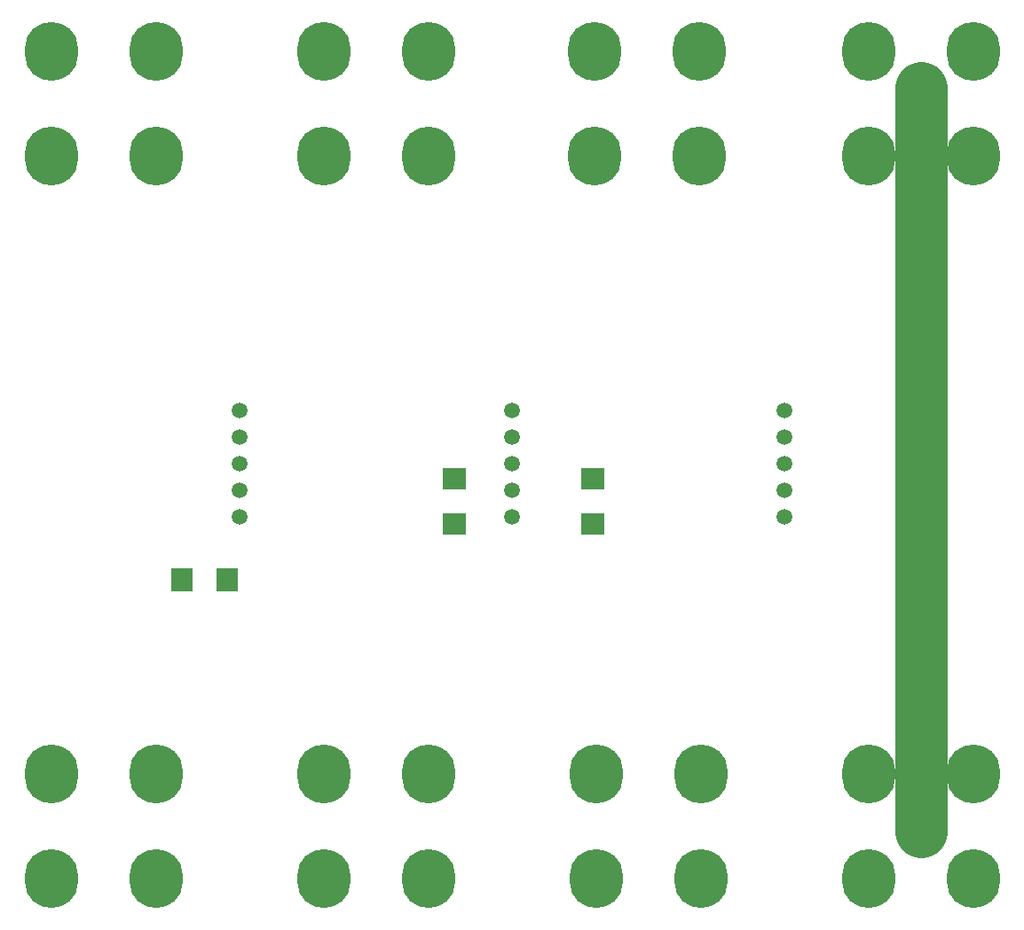
<source format=gbr>
%TF.GenerationSoftware,Altium Limited,Altium Designer,21.6.4 (81)*%
G04 Layer_Color=8388736*
%FSLAX43Y43*%
%MOMM*%
%TF.SameCoordinates,1AC814DF-7433-4E0E-8A45-847F92D72221*%
%TF.FilePolarity,Negative*%
%TF.FileFunction,Soldermask,Top*%
%TF.Part,Single*%
G01*
G75*
%TA.AperFunction,NonConductor*%
%ADD46C,5.000*%
%TA.AperFunction,ComponentPad*%
%ADD48O,5.100X5.608*%
%ADD49C,1.520*%
%TA.AperFunction,SMDPad,CuDef*%
%ADD50R,2.320X2.020*%
%ADD51R,2.020X2.320*%
D46*
X89967Y8000D02*
Y79000D01*
D48*
X7000Y3500D02*
D03*
X17000D02*
D03*
Y13500D02*
D03*
X7000D02*
D03*
X95000Y72500D02*
D03*
X85000D02*
D03*
Y82500D02*
D03*
X95000D02*
D03*
X68830Y72500D02*
D03*
X58830D02*
D03*
Y82500D02*
D03*
X68830D02*
D03*
X43000Y72500D02*
D03*
X33000D02*
D03*
Y82500D02*
D03*
X43000D02*
D03*
X17000Y72500D02*
D03*
X7000D02*
D03*
Y82500D02*
D03*
X17000D02*
D03*
X33000Y13500D02*
D03*
X43000D02*
D03*
Y3500D02*
D03*
X33000D02*
D03*
X85000Y13500D02*
D03*
X95000D02*
D03*
Y3500D02*
D03*
X85000D02*
D03*
X58986Y13500D02*
D03*
X68986D02*
D03*
Y3500D02*
D03*
X58986D02*
D03*
D49*
X77000Y38000D02*
D03*
Y40540D02*
D03*
Y43080D02*
D03*
Y45620D02*
D03*
Y48160D02*
D03*
X51000Y38000D02*
D03*
Y40540D02*
D03*
Y43080D02*
D03*
Y45620D02*
D03*
Y48160D02*
D03*
X25000Y38000D02*
D03*
Y40540D02*
D03*
Y43080D02*
D03*
Y45620D02*
D03*
Y48160D02*
D03*
D50*
X58667Y37350D02*
D03*
Y41650D02*
D03*
X45450Y37350D02*
D03*
Y41650D02*
D03*
D51*
X19465Y32025D02*
D03*
X23765D02*
D03*
%TF.MD5,c282dcf67769d0e798f4f0d4d2edab3b*%
M02*

</source>
